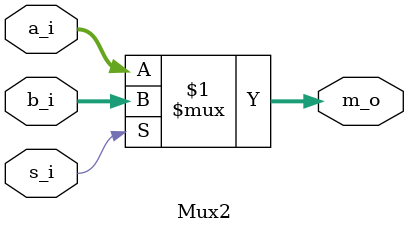
<source format=sv>
module Mux2 #(
    parameter Width = 16
) (
    input   logic   [Width-1:0] a_i,
    input   logic   [Width-1:0] b_i,
    input   logic               s_i,
    output  logic   [Width-1:0] m_o
);
    assign m_o = s_i ? b_i : a_i;
endmodule
</source>
